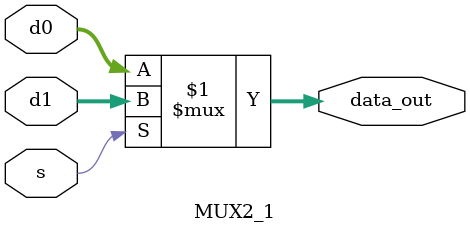
<source format=v>
module MUX2_1 (
    input wire s,
    input wire [15:0]d0,
    input wire [15:0]d1,
    output wire [15:0]data_out
);
    assign data_out = s ? d1 : d0;
endmodule

</source>
